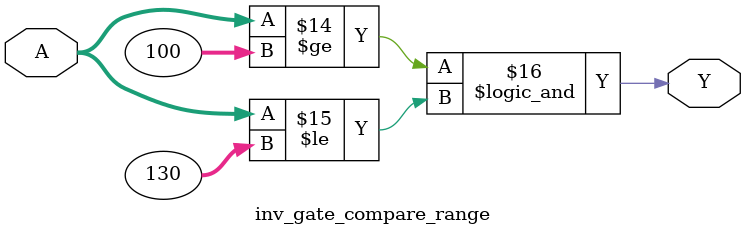
<source format=v>

module inv_gate_compare_range
(
  input [7:0] A,
  output Y
);

  reg [7:0] values [3:0];
  reg Y;

  initial begin
    values[0] = 100;
    values[1] = 110;
    values[2] = 120;
    values[3] = 130;
    Y = (A >= 100) && (A <= 130);
  end


endmodule

</source>
